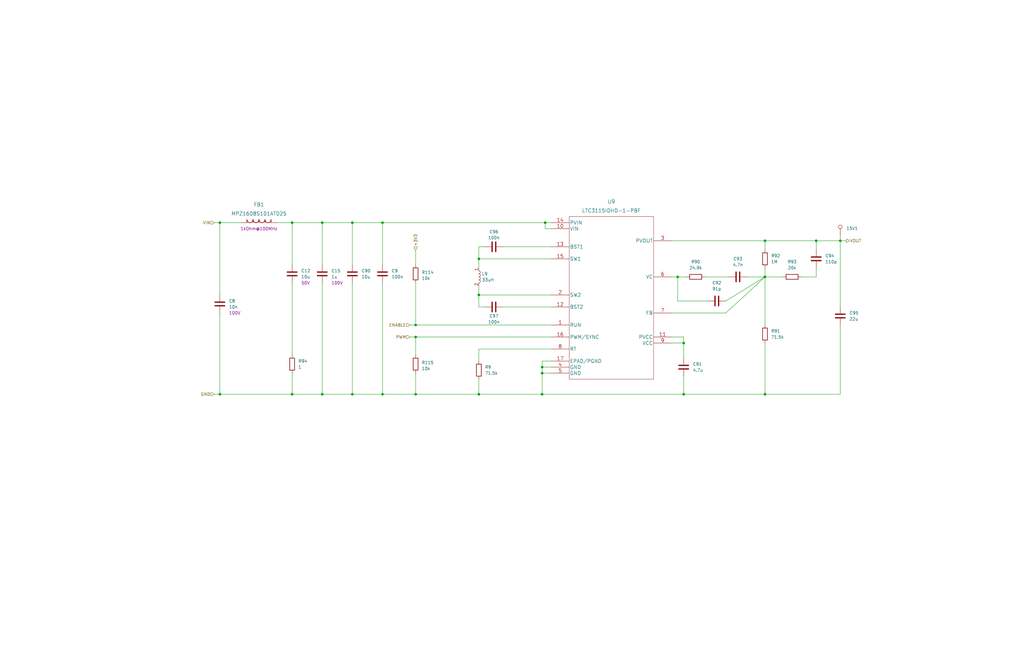
<source format=kicad_sch>
(kicad_sch (version 20230121) (generator eeschema)
  (paper "USLedger")
  (title_block (title "PCO2 Sensor Board") (rev "201") (company "Engineering") (comment 2 "Matt Casari") (comment 4 "DRAFT"))
  (lib_symbols
    (symbol "Connector:TestPoint" (pin_numbers hide) (pin_names (offset 0.762) hide)
      (property "Reference" "TP" (at 0 6.858 0))
      (property "Value" "TestPoint" (at 0 5.08 0))
      (symbol "TestPoint_0_1"
        (circle (center 0 3.302) (radius 0.762))
      )
      (symbol "TestPoint_1_1"
        (pin passive line (at 0 0 90) (length 2.54) (name "1") (number "1"))
      )
    )
    (symbol "Device:C" (pin_numbers hide) (pin_names (offset 0.254))
      (property "Reference" "C" (at 0.635 2.54 0))
      (property "Value" "C" (at 0.635 -2.54 0))
      (symbol "C_0_1"
        (polyline (pts (xy -2.032 -0.762) (xy 2.032 -0.762)) (stroke (width 0.508)))
        (polyline (pts (xy -2.032 0.762) (xy 2.032 0.762)) (stroke (width 0.508)))
      )
      (symbol "C_1_1"
        (pin passive line (at 0 3.81 270) (length 2.794) (name "~") (number "1"))
        (pin passive line (at 0 -3.81 90) (length 2.794) (name "~") (number "2"))
      )
    )
    (symbol "Device:R" (pin_numbers hide) (pin_names (offset 0))
      (property "Reference" "R" (at 2.032 0 90))
      (property "Value" "R" (at 0 0 90))
      (symbol "R_0_1"
        (rectangle (start -1.016 -2.54) (end 1.016 2.54) (stroke (width 0.254)))
      )
      (symbol "R_1_1"
        (pin passive line (at 0 3.81 270) (length 1.27) (name "~") (number "1"))
        (pin passive line (at 0 -3.81 90) (length 1.27) (name "~") (number "2"))
      )
    )
    (symbol "pco2-sensor-board:22u,2917" (pin_numbers hide) (pin_names (offset 0.254))
      (property "Reference" "C" (at 0.635 2.54 0))
      (property "Value" "22u,2917" (at 0.635 -2.54 0))
      (symbol "22u,2917_0_1"
        (polyline (pts (xy -2.032 -0.762) (xy 2.032 -0.762)) (stroke (width 0.508)))
        (polyline (pts (xy -2.032 0.762) (xy 2.032 0.762)) (stroke (width 0.508)))
      )
      (symbol "22u,2917_1_1"
        (pin passive line (at 0 3.81 270) (length 2.794) (name "~") (number "1"))
        (pin passive line (at 0 -3.81 90) (length 2.794) (name "~") (number "2"))
      )
    )
    (symbol "pco2-sensor-board:7443551331" (pin_names (offset 0.762))
      (property "Reference" "L" (at 16.51 6.35 0))
      (property "Value" "7443551331" (at 16.51 3.81 0))
      (symbol "7443551331_0_1"
        (arc (start -1.27 0) (mid -1.905 0.6323) (end -2.54 0))
        (arc (start 0 0) (mid -0.635 0.6323) (end -1.27 0))
        (arc (start 1.27 0) (mid 0.635 0.6323) (end 0 0))
        (arc (start 2.54 0) (mid 1.905 0.6323) (end 1.27 0))
      )
      (symbol "7443551331_1_1"
        (pin passive line (at -3.81 0 0) (length 1.27) (name "~") (number "1"))
        (pin passive line (at 3.81 0 180) (length 1.27) (name "~") (number "2"))
      )
    )
    (symbol "pco2-sensor-board:LTC3115IDHD-1-PBF" (pin_names (offset 0.254))
      (property "Reference" "U" (at 25.4 7.62 0))
      (property "Value" "LTC3115IDHD-1-PBF" (at 25.4 5.08 0))
      (symbol "LTC3115IDHD-1-PBF_1_1"
        (polyline (pts (xy 7.62 -66.04) (xy 43.18 -66.04)) (stroke (width 0.127)))
        (polyline (pts (xy 7.62 2.54) (xy 7.62 -66.04)) (stroke (width 0.127)))
        (polyline (pts (xy 43.18 -66.04) (xy 43.18 2.54)) (stroke (width 0.127)))
        (polyline (pts (xy 43.18 2.54) (xy 7.62 2.54)) (stroke (width 0.127)))
        (pin input line (at 0 -43.18 0) (length 7.62) (name "RUN") (number "1"))
        (pin input line (at 0 -2.54 0) (length 7.62) (name "VIN") (number "10"))
        (pin power_out line (at 50.8 -48.26 180) (length 7.62) (name "PVCC") (number "11"))
        (pin output line (at 0 -35.56 0) (length 7.62) (name "BST2") (number "12"))
        (pin output line (at 0 -10.16 0) (length 7.62) (name "BST1") (number "13"))
        (pin input line (at 0 0 0) (length 7.62) (name "PVIN") (number "14"))
        (pin output line (at 0 -15.24 0) (length 7.62) (name "SW1") (number "15"))
        (pin input line (at 0 -48.26 0) (length 7.62) (name "PWM/SYNC") (number "16"))
        (pin power_in line (at 0 -58.42 0) (length 7.62) (name "EPAD/PGND") (number "17"))
        (pin output line (at 0 -30.48 0) (length 7.62) (name "SW2") (number "2"))
        (pin power_out line (at 50.8 -7.62 180) (length 7.62) (name "PVOUT") (number "3"))
        (pin power_in line (at 0 -60.96 0) (length 7.62) (name "GND") (number "4"))
        (pin power_in line (at 0 -63.5 0) (length 7.62) (name "GND") (number "5"))
        (pin output line (at 50.8 -22.86 180) (length 7.62) (name "VC") (number "6"))
        (pin input line (at 50.8 -38.1 180) (length 7.62) (name "FB") (number "7"))
        (pin passive line (at 0 -53.34 0) (length 7.62) (name "RT") (number "8"))
        (pin power_in line (at 50.8 -50.8 180) (length 7.62) (name "VCC") (number "9"))
      )
    )
    (symbol "pco2-sensor-board:MPZ1608S101ATD25" (pin_numbers hide) (pin_names (offset 1.651) hide)
      (property "Reference" "L" (at 7.62 7.62 0))
      (property "Value" "MPZ1608S101ATD25" (at 7.62 5.08 0))
      (symbol "MPZ1608S101ATD25_1_1"
        (polyline (pts (xy 2.54 0) (xy 2.54 1.27)) (stroke (width 0.2032)))
        (polyline (pts (xy 5.08 0) (xy 5.08 1.27)) (stroke (width 0.2032)))
        (polyline (pts (xy 7.62 0) (xy 7.62 1.27)) (stroke (width 0.2032)))
        (polyline (pts (xy 10.16 0) (xy 10.16 1.27)) (stroke (width 0.2032)))
        (polyline (pts (xy 12.7 0) (xy 12.7 1.27)) (stroke (width 0.2032)))
        (arc (start 2.54 1.27) (mid 3.81 0.0055) (end 5.08 1.27) (stroke (width 0.254)))
        (arc (start 5.08 1.27) (mid 6.35 0.0055) (end 7.62 1.27) (stroke (width 0.254)))
        (arc (start 7.62 1.27) (mid 8.89 0.0055) (end 10.16 1.27) (stroke (width 0.254)))
        (arc (start 10.16 1.27) (mid 11.43 0.0055) (end 12.7 1.27) (stroke (width 0.254)))
        (pin passive line (at 15.24 0 180) (length 2.54) (name "1") (number "1"))
        (pin passive line (at 0 0 0) (length 2.54) (name "2") (number "2"))
      )
    )
  )
  (junction (at 92.71 166.37))
  (junction (at 201.93 109.22))
  (junction (at 175.26 142.24))
  (junction (at 288.29 166.37))
  (junction (at 161.29 166.37))
  (junction (at 344.17 101.6))
  (junction (at 322.58 116.84))
  (junction (at 135.89 166.37))
  (junction (at 228.6 154.94))
  (junction (at 322.58 166.37))
  (junction (at 123.19 93.98))
  (junction (at 175.26 166.37))
  (junction (at 161.29 93.98))
  (junction (at 285.75 116.84))
  (junction (at 288.29 144.78))
  (junction (at 201.93 166.37))
  (junction (at 148.59 166.37))
  (junction (at 201.93 124.46))
  (junction (at 322.58 101.6))
  (junction (at 123.19 166.37))
  (junction (at 135.89 93.98))
  (junction (at 148.59 93.98))
  (junction (at 229.87 93.98))
  (junction (at 228.6 157.48))
  (junction (at 175.26 137.16))
  (junction (at 228.6 166.37))
  (junction (at 354.33 101.6))
  (junction (at 92.71 93.98))
  (wire (pts (xy 175.26 142.24) (xy 175.26 149.86)))
  (wire (pts (xy 148.59 93.98) (xy 161.29 93.98)))
  (wire (pts (xy 344.17 101.6) (xy 354.33 101.6)))
  (wire (pts (xy 229.87 96.52) (xy 229.87 93.98)))
  (wire (pts (xy 228.6 157.48) (xy 228.6 166.37)))
  (wire (pts (xy 228.6 154.94) (xy 228.6 157.48)))
  (wire (pts (xy 322.58 144.78) (xy 322.58 166.37)))
  (wire (pts (xy 285.75 116.84) (xy 289.56 116.84)))
  (wire (pts (xy 354.33 137.16) (xy 354.33 166.37)))
  (wire (pts (xy 135.89 93.98) (xy 135.89 111.76)))
  (wire (pts (xy 201.93 124.46) (xy 201.93 129.54)))
  (wire (pts (xy 283.21 116.84) (xy 285.75 116.84)))
  (wire (pts (xy 212.09 104.14) (xy 232.41 104.14)))
  (wire (pts (xy 322.58 116.84) (xy 322.58 137.16)))
  (wire (pts (xy 172.72 137.16) (xy 175.26 137.16)))
  (wire (pts (xy 90.17 166.37) (xy 92.71 166.37)))
  (wire (pts (xy 201.93 120.65) (xy 201.93 124.46)))
  (wire (pts (xy 288.29 166.37) (xy 322.58 166.37)))
  (wire (pts (xy 201.93 129.54) (xy 204.47 129.54)))
  (wire (pts (xy 201.93 109.22) (xy 232.41 109.22)))
  (wire (pts (xy 175.26 142.24) (xy 232.41 142.24)))
  (wire (pts (xy 228.6 157.48) (xy 232.41 157.48)))
  (wire (pts (xy 322.58 116.84) (xy 306.07 132.08)))
  (wire (pts (xy 283.21 101.6) (xy 322.58 101.6)))
  (wire (pts (xy 92.71 166.37) (xy 123.19 166.37)))
  (wire (pts (xy 232.41 96.52) (xy 229.87 96.52)))
  (wire (pts (xy 201.93 160.02) (xy 201.93 166.37)))
  (wire (pts (xy 148.59 119.38) (xy 148.59 166.37)))
  (wire (pts (xy 232.41 152.4) (xy 228.6 152.4)))
  (wire (pts (xy 148.59 93.98) (xy 148.59 111.76)))
  (wire (pts (xy 92.71 132.08) (xy 92.71 166.37)))
  (wire (pts (xy 90.17 93.98) (xy 92.71 93.98)))
  (wire (pts (xy 123.19 93.98) (xy 135.89 93.98)))
  (wire (pts (xy 285.75 127) (xy 285.75 116.84)))
  (wire (pts (xy 322.58 101.6) (xy 322.58 105.41)))
  (wire (pts (xy 322.58 116.84) (xy 330.2 116.84)))
  (wire (pts (xy 201.93 124.46) (xy 232.41 124.46)))
  (wire (pts (xy 123.19 119.38) (xy 123.19 149.86)))
  (wire (pts (xy 161.29 119.38) (xy 161.29 166.37)))
  (wire (pts (xy 344.17 113.03) (xy 344.17 116.84)))
  (wire (pts (xy 123.19 166.37) (xy 135.89 166.37)))
  (wire (pts (xy 283.21 132.08) (xy 306.07 132.08)))
  (wire (pts (xy 322.58 101.6) (xy 344.17 101.6)))
  (wire (pts (xy 354.33 101.6) (xy 356.87 101.6)))
  (wire (pts (xy 135.89 93.98) (xy 148.59 93.98)))
  (wire (pts (xy 123.19 157.48) (xy 123.19 166.37)))
  (wire (pts (xy 204.47 104.14) (xy 201.93 104.14)))
  (wire (pts (xy 201.93 104.14) (xy 201.93 109.22)))
  (wire (pts (xy 228.6 166.37) (xy 288.29 166.37)))
  (wire (pts (xy 288.29 158.75) (xy 288.29 166.37)))
  (wire (pts (xy 175.26 137.16) (xy 232.41 137.16)))
  (wire (pts (xy 172.72 142.24) (xy 175.26 142.24)))
  (wire (pts (xy 297.18 116.84) (xy 307.34 116.84)))
  (wire (pts (xy 92.71 93.98) (xy 101.6 93.98)))
  (wire (pts (xy 161.29 93.98) (xy 229.87 93.98)))
  (wire (pts (xy 135.89 166.37) (xy 148.59 166.37)))
  (wire (pts (xy 344.17 116.84) (xy 337.82 116.84)))
  (wire (pts (xy 322.58 166.37) (xy 354.33 166.37)))
  (wire (pts (xy 201.93 166.37) (xy 228.6 166.37)))
  (wire (pts (xy 314.96 116.84) (xy 322.58 116.84)))
  (wire (pts (xy 306.07 127) (xy 322.58 116.84)))
  (wire (pts (xy 175.26 157.48) (xy 175.26 166.37)))
  (wire (pts (xy 298.45 127) (xy 285.75 127)))
  (wire (pts (xy 283.21 142.24) (xy 288.29 142.24)))
  (wire (pts (xy 322.58 113.03) (xy 322.58 116.84)))
  (wire (pts (xy 116.84 93.98) (xy 123.19 93.98)))
  (wire (pts (xy 283.21 144.78) (xy 288.29 144.78)))
  (wire (pts (xy 135.89 119.38) (xy 135.89 166.37)))
  (wire (pts (xy 288.29 144.78) (xy 288.29 151.13)))
  (wire (pts (xy 212.09 129.54) (xy 232.41 129.54)))
  (wire (pts (xy 148.59 166.37) (xy 161.29 166.37)))
  (wire (pts (xy 92.71 93.98) (xy 92.71 124.46)))
  (wire (pts (xy 228.6 152.4) (xy 228.6 154.94)))
  (wire (pts (xy 161.29 166.37) (xy 175.26 166.37)))
  (wire (pts (xy 228.6 154.94) (xy 232.41 154.94)))
  (wire (pts (xy 123.19 93.98) (xy 123.19 111.76)))
  (wire (pts (xy 175.26 119.38) (xy 175.26 137.16)))
  (wire (pts (xy 354.33 99.06) (xy 354.33 101.6)))
  (wire (pts (xy 288.29 142.24) (xy 288.29 144.78)))
  (wire (pts (xy 232.41 147.32) (xy 201.93 147.32)))
  (wire (pts (xy 175.26 166.37) (xy 201.93 166.37)))
  (wire (pts (xy 229.87 93.98) (xy 232.41 93.98)))
  (wire (pts (xy 201.93 109.22) (xy 201.93 113.03)))
  (wire (pts (xy 161.29 111.76) (xy 161.29 93.98)))
  (wire (pts (xy 175.26 105.41) (xy 175.26 111.76)))
  (wire (pts (xy 354.33 129.54) (xy 354.33 101.6)))
  (wire (pts (xy 344.17 101.6) (xy 344.17 105.41)))
  (wire (pts (xy 201.93 147.32) (xy 201.93 152.4)))
  (hierarchical_label "+3V3" (shape input) (at 175.26 105.41 90))
  (hierarchical_label "PWM" (shape input) (at 172.72 142.24 180))
  (hierarchical_label "GND" (shape input) (at 90.17 166.37 180))
  (hierarchical_label "ENABLE" (shape input) (at 172.72 137.16 180))
  (hierarchical_label "VIN" (shape input) (at 90.17 93.98 180))
  (hierarchical_label "VOUT" (shape output) (at 356.87 101.6 0))
  (symbol (lib_id "Device:C") (at 302.26 127 90) (unit 1)
    (property "Reference" "C92" (at 302.26 119.38 90))
    (property "Value" "91p" (at 302.26 121.92 90))
    (property "Footprint" "Capacitor_SMD:C_0805_2012Metric" (effects hide))
    (property "MPN" "C0805C910J1GACTU" (effects hide))
  )
  (symbol (lib_id "Device:C") (at 344.17 109.22 180) (unit 1)
    (property "Reference" "C94" (at 347.98 107.9499 0) (effects (justify right)))
    (property "Value" "110p" (at 347.98 110.4899 0) (effects (justify right)))
    (property "Footprint" "Capacitor_SMD:C_0805_2012Metric" (effects hide))
    (property "MPN" "C0805C111J5GACTU" (effects hide))
  )
  (symbol (lib_id "Device:R") (at 293.37 116.84 90) (unit 1)
    (property "Reference" "R90" (at 293.37 110.49 90))
    (property "Value" "24.9k" (at 293.37 113.03 90))
    (property "Footprint" "Resistor_SMD:R_0805_2012Metric" (effects hide))
    (property "MPN" "CRCW080524K9FKEAC" (effects hide))
  )
  (symbol (lib_id "Device:R") (at 175.26 153.67 0) (unit 1)
    (property "Reference" "R115" (at 177.8 153.035 0) (effects (justify left)))
    (property "Value" "10k" (at 177.8 155.575 0) (effects (justify left)))
    (property "Footprint" "Resistor_SMD:R_0805_2012Metric" (effects hide))
    (property "MPN" "CRCW080510K0FKEAC" (effects hide))
  )
  (symbol (lib_id "Device:R") (at 175.26 115.57 0) (unit 1)
    (property "Reference" "R114" (at 177.8 114.935 0) (effects (justify left)))
    (property "Value" "10k" (at 177.8 117.475 0) (effects (justify left)))
    (property "Footprint" "Resistor_SMD:R_0805_2012Metric" (effects hide))
    (property "MPN" "CRCW080510K0FKEAC" (effects hide))
  )
  (symbol (lib_id "pco2-sensor-board:LTC3115IDHD-1-PBF") (at 232.41 93.98 0) (unit 1)
    (property "Reference" "U9" (at 257.81 85.09 0) (effects (font (size 1.524 1.524))))
    (property "Value" "LTC3115IDHD-1-PBF" (at 257.81 88.9 0) (effects (font (size 1.524 1.524))))
    (property "Footprint" "pco2-sensor-board:LTC3115IDHD-1-PBF" (effects hide))
    (property "MPN" "LTC3115IDHD-1-PBF" (effects hide))
  )
  (symbol (lib_id "Device:C") (at 288.29 154.94 0) (unit 1)
    (property "Reference" "C91" (at 292.1 153.6699 0) (effects (justify left)))
    (property "Value" "4.7u" (at 292.1 156.2099 0) (effects (justify left)))
    (property "Footprint" "Capacitor_SMD:C_0805_2012Metric" (effects hide))
    (property "MPN" "C2012X7R1H475K125AE" (effects hide))
  )
  (symbol (lib_id "Device:C") (at 208.28 104.14 90) (unit 1)
    (property "Reference" "C96" (at 208.28 97.79 90))
    (property "Value" "100n" (at 208.28 100.33 90))
    (property "Footprint" "Capacitor_SMD:C_0805_2012Metric" (effects hide))
    (property "MPN" "C0805R104J5RACTU" (effects hide))
  )
  (symbol (lib_id "Device:R") (at 334.01 116.84 90) (unit 1)
    (property "Reference" "R93" (at 334.01 110.49 90))
    (property "Value" "20k" (at 334.01 113.03 90))
    (property "Footprint" "Resistor_SMD:R_0805_2012Metric" (effects hide))
    (property "MPN" "CRCW080520K0FKEAC" (effects hide))
  )
  (symbol (lib_id "Device:C") (at 92.71 128.27 0) (unit 1)
    (property "Reference" "C8" (at 96.52 126.9999 0) (effects (justify left)))
    (property "Value" "10n" (at 96.52 129.5399 0) (effects (justify left)))
    (property "Footprint" "Capacitor_SMD:C_0805_2012Metric" (effects hide))
    (property "Description" "100V" (at 96.52 132.08 0) (effects (justify left)))
    (property "MPN" "C0805X103K2RAC3316" (effects hide))
  )
  (symbol (lib_id "Device:C") (at 311.15 116.84 90) (unit 1)
    (property "Reference" "C93" (at 311.15 109.22 90))
    (property "Value" "4.7n" (at 311.15 111.76 90))
    (property "Footprint" "Capacitor_SMD:C_0805_2012Metric" (effects hide))
    (property "MPN" "C0805C472K5RACAUTO" (effects hide))
  )
  (symbol (lib_id "pco2-sensor-board:MPZ1608S101ATD25") (at 101.6 93.98 0) (unit 1)
    (property "Reference" "FB1" (at 109.22 86.36 0) (effects (font (size 1.524 1.524))))
    (property "Value" "MPZ1608S101ATD25" (at 109.22 90.17 0) (effects (font (size 1.524 1.524))))
    (property "Footprint" "pco2-sensor-board:MPZ1608S101ATD25" (effects hide))
    (property "Notes" "1kOhm@100MHz" (at 109.22 96.52 0))
    (property "MPN" "MPZ1608S101ATD25" (effects hide))
  )
  (symbol (lib_id "pco2-sensor-board:22u,2917") (at 354.33 133.35 180) (unit 1)
    (property "Reference" "C95" (at 358.14 132.0799 0) (effects (justify right)))
    (property "Value" "22u" (at 358.14 134.6199 0) (effects (justify right)))
    (property "Footprint" "pco2-sensor-board:CKG57NX7S1H226M500JH" (effects hide))
    (property "MPN" "CKG57NX7S1H226M500JH" (effects hide))
  )
  (symbol (lib_id "Device:C") (at 208.28 129.54 90) (unit 1)
    (property "Reference" "C97" (at 208.28 133.35 90))
    (property "Value" "100n" (at 208.28 135.89 90))
    (property "Footprint" "Capacitor_SMD:C_0805_2012Metric" (effects hide))
    (property "MPN" "C0805R104J5RACTU" (effects hide))
  )
  (symbol (lib_id "pco2-sensor-board:7443551331") (at 201.93 116.84 270) (unit 1)
    (property "Reference" "L9" (at 203.2 115.5699 90) (effects (justify left)))
    (property "Value" "33uH" (at 203.2 118.1099 90) (effects (justify left)))
    (property "Footprint" "pco2-sensor-board:7443551331" (effects hide))
    (property "Datasheet" "http://componentsearchengine.com/Datasheets/1/7443551331.pdf" (effects hide))
    (property "Description" "SMD-Flat Wire High Current Inductor WE-HCI" (effects hide))
    (property "MPN" "7443551331" (effects hide))
  )
  (symbol (lib_id "Device:R") (at 123.19 153.67 0) (unit 1)
    (property "Reference" "R94" (at 125.73 152.3999 0) (effects (justify left)))
    (property "Value" "1" (at 125.73 154.9399 0) (effects (justify left)))
    (property "Footprint" "Resistor_SMD:R_0805_2012Metric" (effects hide))
    (property "MPN" "CRCW08051R00FKEAC" (effects hide))
  )
  (symbol (lib_id "Device:R") (at 322.58 109.22 0) (unit 1)
    (property "Reference" "R92" (at 325.12 107.9499 0) (effects (justify left)))
    (property "Value" "1M" (at 325.12 110.4899 0) (effects (justify left)))
    (property "Footprint" "Resistor_SMD:R_0805_2012Metric" (effects hide))
    (property "MPN" "CRCW08051M00FKEAC" (effects hide))
  )
  (symbol (lib_id "Connector:TestPoint") (at 354.33 99.06 0) (unit 1)
    (property "Reference" "15V1" (at 356.87 96.393 0) (effects (justify left)))
    (property "Value" "TestPoint" (effects hide))
    (property "Footprint" "TestPoint:TestPoint_Pad_D1.0mm" (effects hide))
  )
  (symbol (lib_id "Device:C") (at 135.89 115.57 0) (unit 1)
    (property "Reference" "C15" (at 139.7 114.2999 0) (effects (justify left)))
    (property "Value" "1u" (at 139.7 116.8399 0) (effects (justify left)))
    (property "Footprint" "Capacitor_SMD:C_0805_2012Metric" (effects hide))
    (property "Description" "100V" (at 139.7 119.38 0) (effects (justify left)))
    (property "MPN" "C2012X7S2A105K125AE" (effects hide))
  )
  (symbol (lib_id "Device:R") (at 201.93 156.21 0) (unit 1)
    (property "Reference" "R9" (at 204.47 154.9399 0) (effects (justify left)))
    (property "Value" "71.5k" (at 204.47 157.4799 0) (effects (justify left)))
    (property "Footprint" "Resistor_SMD:R_0805_2012Metric" (effects hide))
    (property "MPN" "CRCW080571K5FKEA" (effects hide))
  )
  (symbol (lib_id "Device:R") (at 322.58 140.97 0) (unit 1)
    (property "Reference" "R91" (at 325.12 139.6999 0) (effects (justify left)))
    (property "Value" "71.5k" (at 325.12 142.2399 0) (effects (justify left)))
    (property "Footprint" "Resistor_SMD:R_0805_2012Metric" (effects hide))
    (property "MPN" "CRCW080571K5FKEA" (effects hide))
  )
  (symbol (lib_id "Device:C") (at 123.19 115.57 0) (unit 1)
    (property "Reference" "C12" (at 127 114.2999 0) (effects (justify left)))
    (property "Value" "10u" (at 127 116.8399 0) (effects (justify left)))
    (property "Footprint" "Capacitor_SMD:C_0805_2012Metric" (effects hide))
    (property "Description" "50V" (at 127 119.38 0) (effects (justify left)))
    (property "MPN" "C2012X5R1H106K125AC" (effects hide))
  )
  (symbol (lib_id "Device:C") (at 148.59 115.57 0) (unit 1)
    (property "Reference" "C90" (at 152.4 114.2999 0) (effects (justify left)))
    (property "Value" "10u" (at 152.4 116.8399 0) (effects (justify left)))
    (property "Footprint" "Capacitor_SMD:C_1210_3225Metric" (effects hide))
    (property "MPN" "GRM32EC72A106KE05L" (effects hide))
  )
  (symbol (lib_id "Device:C") (at 161.29 115.57 0) (unit 1)
    (property "Reference" "C9" (at 165.1 114.2999 0) (effects (justify left)))
    (property "Value" "100n" (at 165.1 116.8399 0) (effects (justify left)))
    (property "Footprint" "Capacitor_SMD:C_0805_2012Metric" (effects hide))
    (property "MPN" "C0805R104J5RACTU" (effects hide))
  )
)
</source>
